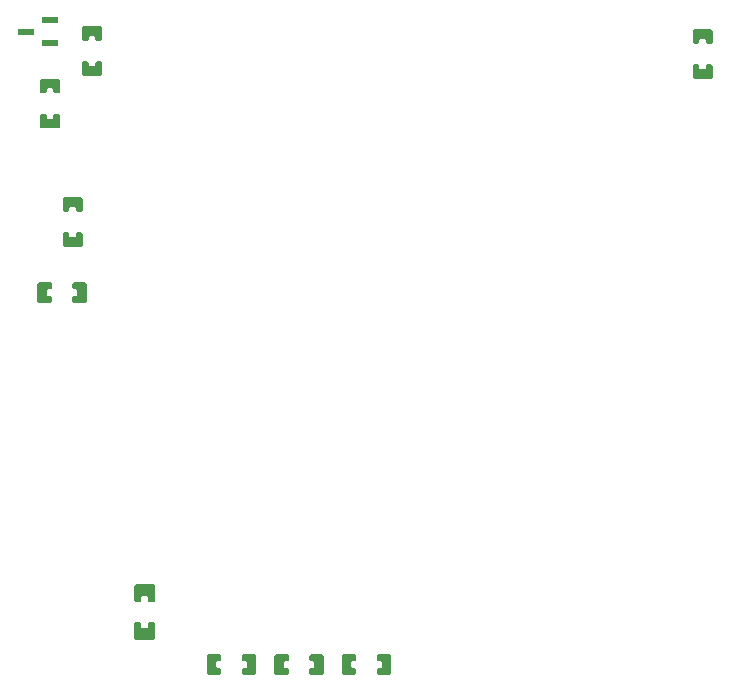
<source format=gtp>
G04 Layer: TopPasteMaskLayer*
G04 EasyEDA v6.5.23, 2023-06-23 22:07:44*
G04 588d00b09ced4095aabd395724b38ff5,e63460ceaba84a3bb957dccbc2ed3a87,10*
G04 Gerber Generator version 0.2*
G04 Scale: 100 percent, Rotated: No, Reflected: No *
G04 Dimensions in millimeters *
G04 leading zeros omitted , absolute positions ,4 integer and 5 decimal *
%FSLAX45Y45*%
%MOMM*%

%ADD10R,1.4000X0.6000*%

%LPD*%
G36*
X1487068Y9377629D02*
G01*
X1477060Y9367672D01*
X1477060Y9266885D01*
X1487068Y9256877D01*
X1523187Y9256877D01*
X1533194Y9266885D01*
X1533194Y9287967D01*
X1543202Y9297974D01*
X1580997Y9297974D01*
X1591005Y9287967D01*
X1591005Y9266885D01*
X1601012Y9256877D01*
X1637131Y9256877D01*
X1647139Y9266885D01*
X1647139Y9367672D01*
X1637131Y9377629D01*
G37*
G36*
X1487068Y9081922D02*
G01*
X1477060Y9071914D01*
X1477060Y8971127D01*
X1487068Y8961170D01*
X1637131Y8961170D01*
X1647139Y8971127D01*
X1647139Y9071914D01*
X1637131Y9081922D01*
X1601012Y9081922D01*
X1591005Y9071914D01*
X1591005Y9050832D01*
X1580997Y9040825D01*
X1543202Y9040825D01*
X1533194Y9050832D01*
X1533194Y9071914D01*
X1523187Y9081922D01*
G37*
G36*
X1842668Y9526422D02*
G01*
X1832660Y9516414D01*
X1832660Y9415627D01*
X1842668Y9405670D01*
X1992731Y9405670D01*
X2002739Y9415627D01*
X2002739Y9516414D01*
X1992731Y9526422D01*
X1956612Y9526422D01*
X1946605Y9516414D01*
X1946605Y9495332D01*
X1936597Y9485325D01*
X1898802Y9485325D01*
X1888794Y9495332D01*
X1888794Y9516414D01*
X1878787Y9526422D01*
G37*
G36*
X1842668Y9822129D02*
G01*
X1832660Y9812172D01*
X1832660Y9711385D01*
X1842668Y9701377D01*
X1878787Y9701377D01*
X1888794Y9711385D01*
X1888794Y9732467D01*
X1898802Y9742474D01*
X1936597Y9742474D01*
X1946605Y9732467D01*
X1946605Y9711385D01*
X1956612Y9701377D01*
X1992731Y9701377D01*
X2002739Y9711385D01*
X2002739Y9812172D01*
X1992731Y9822129D01*
G37*
G36*
X1677568Y8078622D02*
G01*
X1667560Y8068614D01*
X1667560Y7967827D01*
X1677568Y7957870D01*
X1827631Y7957870D01*
X1837639Y7967827D01*
X1837639Y8068614D01*
X1827631Y8078622D01*
X1791512Y8078622D01*
X1781505Y8068614D01*
X1781505Y8047532D01*
X1771497Y8037525D01*
X1733702Y8037525D01*
X1723694Y8047532D01*
X1723694Y8068614D01*
X1713687Y8078622D01*
G37*
G36*
X1677568Y8374329D02*
G01*
X1667560Y8364372D01*
X1667560Y8263585D01*
X1677568Y8253577D01*
X1713687Y8253577D01*
X1723694Y8263585D01*
X1723694Y8284667D01*
X1733702Y8294674D01*
X1771497Y8294674D01*
X1781505Y8284667D01*
X1781505Y8263585D01*
X1791512Y8253577D01*
X1827631Y8253577D01*
X1837639Y8263585D01*
X1837639Y8364372D01*
X1827631Y8374329D01*
G37*
G36*
X7011568Y9501022D02*
G01*
X7001560Y9491014D01*
X7001560Y9390227D01*
X7011568Y9380270D01*
X7161631Y9380270D01*
X7171639Y9390227D01*
X7171639Y9491014D01*
X7161631Y9501022D01*
X7125512Y9501022D01*
X7115505Y9491014D01*
X7115505Y9469932D01*
X7105497Y9459925D01*
X7067702Y9459925D01*
X7057694Y9469932D01*
X7057694Y9491014D01*
X7047687Y9501022D01*
G37*
G36*
X7011568Y9796729D02*
G01*
X7001560Y9786772D01*
X7001560Y9685985D01*
X7011568Y9675977D01*
X7047687Y9675977D01*
X7057694Y9685985D01*
X7057694Y9707067D01*
X7067702Y9717074D01*
X7105497Y9717074D01*
X7115505Y9707067D01*
X7115505Y9685985D01*
X7125512Y9675977D01*
X7161631Y9675977D01*
X7171639Y9685985D01*
X7171639Y9786772D01*
X7161631Y9796729D01*
G37*
G36*
X1761185Y7654239D02*
G01*
X1751177Y7644231D01*
X1751177Y7608112D01*
X1761185Y7598105D01*
X1782267Y7598105D01*
X1792274Y7588097D01*
X1792274Y7550302D01*
X1782267Y7540294D01*
X1761185Y7540294D01*
X1751177Y7530287D01*
X1751177Y7494168D01*
X1761185Y7484160D01*
X1861972Y7484160D01*
X1871929Y7494168D01*
X1871929Y7644231D01*
X1861972Y7654239D01*
G37*
G36*
X1465427Y7654239D02*
G01*
X1455470Y7644231D01*
X1455470Y7494168D01*
X1465427Y7484160D01*
X1566214Y7484160D01*
X1576222Y7494168D01*
X1576222Y7530287D01*
X1566214Y7540294D01*
X1545132Y7540294D01*
X1535125Y7550302D01*
X1535125Y7588097D01*
X1545132Y7598105D01*
X1566214Y7598105D01*
X1576222Y7608112D01*
X1576222Y7644231D01*
X1566214Y7654239D01*
G37*
G36*
X2285796Y5097576D02*
G01*
X2275789Y5087620D01*
X2275789Y4959096D01*
X2285796Y4949088D01*
X2322830Y4949088D01*
X2332837Y4959096D01*
X2332837Y4989576D01*
X2342845Y4999583D01*
X2381554Y4999583D01*
X2391562Y4989576D01*
X2391562Y4959096D01*
X2401570Y4949088D01*
X2438603Y4949088D01*
X2448610Y4959096D01*
X2448610Y5087620D01*
X2438603Y5097576D01*
G37*
G36*
X2285796Y4779111D02*
G01*
X2275789Y4769104D01*
X2275789Y4640580D01*
X2285796Y4630623D01*
X2438603Y4630623D01*
X2448610Y4640580D01*
X2448610Y4769104D01*
X2438603Y4779111D01*
X2401570Y4779111D01*
X2391562Y4769104D01*
X2391562Y4738624D01*
X2381554Y4728616D01*
X2342845Y4728616D01*
X2332837Y4738624D01*
X2332837Y4769104D01*
X2322830Y4779111D01*
G37*
G36*
X4043527Y4504639D02*
G01*
X4033570Y4494631D01*
X4033570Y4344568D01*
X4043527Y4334560D01*
X4144314Y4334560D01*
X4154322Y4344568D01*
X4154322Y4380687D01*
X4144314Y4390694D01*
X4123232Y4390694D01*
X4113225Y4400702D01*
X4113225Y4438497D01*
X4123232Y4448505D01*
X4144314Y4448505D01*
X4154322Y4458512D01*
X4154322Y4494631D01*
X4144314Y4504639D01*
G37*
G36*
X4339285Y4504639D02*
G01*
X4329277Y4494631D01*
X4329277Y4458512D01*
X4339285Y4448505D01*
X4360367Y4448505D01*
X4370374Y4438497D01*
X4370374Y4400702D01*
X4360367Y4390694D01*
X4339285Y4390694D01*
X4329277Y4380687D01*
X4329277Y4344568D01*
X4339285Y4334560D01*
X4440072Y4334560D01*
X4450029Y4344568D01*
X4450029Y4494631D01*
X4440072Y4504639D01*
G37*
G36*
X3472027Y4504639D02*
G01*
X3462070Y4494631D01*
X3462070Y4344568D01*
X3472027Y4334560D01*
X3572814Y4334560D01*
X3582822Y4344568D01*
X3582822Y4380687D01*
X3572814Y4390694D01*
X3551732Y4390694D01*
X3541725Y4400702D01*
X3541725Y4438497D01*
X3551732Y4448505D01*
X3572814Y4448505D01*
X3582822Y4458512D01*
X3582822Y4494631D01*
X3572814Y4504639D01*
G37*
G36*
X3767785Y4504639D02*
G01*
X3757777Y4494631D01*
X3757777Y4458512D01*
X3767785Y4448505D01*
X3788867Y4448505D01*
X3798874Y4438497D01*
X3798874Y4400702D01*
X3788867Y4390694D01*
X3767785Y4390694D01*
X3757777Y4380687D01*
X3757777Y4344568D01*
X3767785Y4334560D01*
X3868572Y4334560D01*
X3878529Y4344568D01*
X3878529Y4494631D01*
X3868572Y4504639D01*
G37*
G36*
X3196285Y4504639D02*
G01*
X3186277Y4494631D01*
X3186277Y4458512D01*
X3196285Y4448505D01*
X3217367Y4448505D01*
X3227374Y4438497D01*
X3227374Y4400702D01*
X3217367Y4390694D01*
X3196285Y4390694D01*
X3186277Y4380687D01*
X3186277Y4344568D01*
X3196285Y4334560D01*
X3297072Y4334560D01*
X3307029Y4344568D01*
X3307029Y4494631D01*
X3297072Y4504639D01*
G37*
G36*
X2900527Y4504639D02*
G01*
X2890570Y4494631D01*
X2890570Y4344568D01*
X2900527Y4334560D01*
X3001314Y4334560D01*
X3011322Y4344568D01*
X3011322Y4380687D01*
X3001314Y4390694D01*
X2980232Y4390694D01*
X2970225Y4400702D01*
X2970225Y4438497D01*
X2980232Y4448505D01*
X3001314Y4448505D01*
X3011322Y4458512D01*
X3011322Y4494631D01*
X3001314Y4504639D01*
G37*
D10*
G01*
X1355496Y9779000D03*
G01*
X1565503Y9684004D03*
G01*
X1565503Y9873995D03*
M02*

</source>
